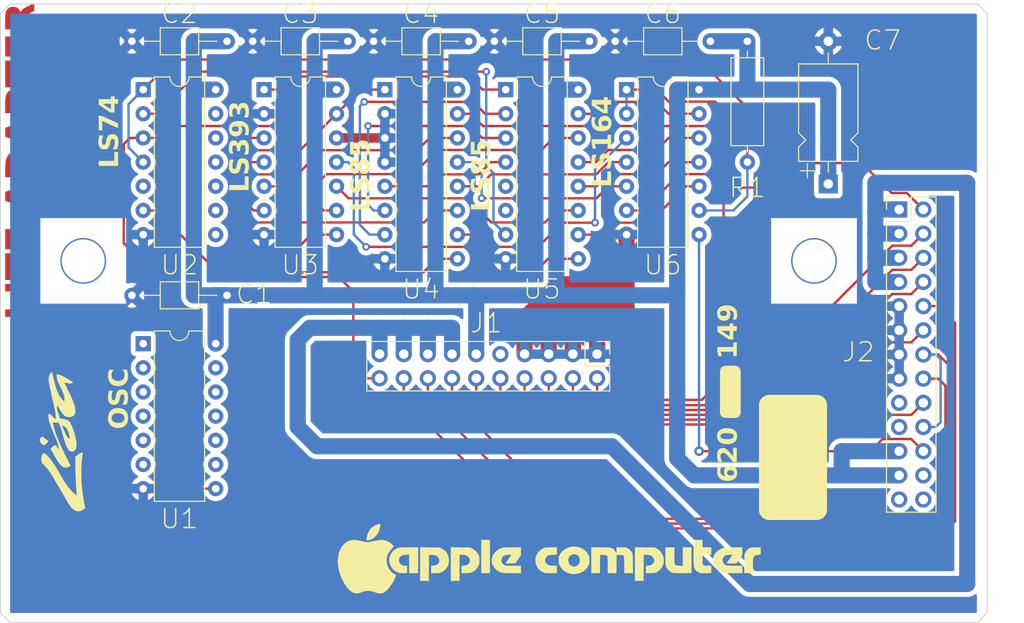
<source format=kicad_pcb>
(kicad_pcb (version 20221018) (generator pcbnew)
  (layers (0 "F.Cu" signal) (31 "B.Cu" signal) (34 "B.Paste" user) (35 "F.Paste" user) (36 "B.SilkS" user "B.Silkscreen") (37 "F.SilkS" user "F.Silkscreen") (38 "B.Mask" user) (39 "F.Mask" user) (44 "Edge.Cuts" user))
  (net 0 "")
  (net 1 "+5V")
  (net 2 "GND")
  (net 3 "+12V")
  (net 4 "Net-(J1-RD)")
  (net 5 "Net-(U2A-~{R})")
  (net 7 "Net-(U1-OUT)")
  (net 8 "Net-(U2A-D)")
  (net 16 "Net-(U3A-Q0)")
  (net 17 "Net-(U3A-Q1)")
  (net 18 "Net-(U3A-Q2)")
  (net 19 "Net-(U3A-Q3)")
  (net 20 "Net-(U3B-Q3)")
  (net 21 "Net-(U3B-Q2)")
  (net 22 "Net-(U3B-Q1)")
  (net 23 "Net-(U3B-Q0)")
  (net 24 "Net-(U4-Oa>b)")
  (net 25 "Net-(U4-Oa=b)")
  (net 26 "Net-(U4-Oa<b)")
  (net 27 "Net-(U4-A0)")
  (net 28 "Net-(U4-A1)")
  (net 29 "Net-(U4-A2)")
  (net 30 "Net-(U4-A3)")
  (net 33 "Net-(U5-A0)")
  (net 34 "Net-(U5-A1)")
  (net 35 "Net-(U5-A2)")
  (net 36 "Net-(U5-A3)")
  (net 37 "Net-(J1-CA0)")
  (net 38 "Net-(J1-CA1)")
  (net 39 "Net-(J1-CA2)")
  (net 40 "Net-(J1-LSTRB)")
  (net 42 "Net-(J1-WRTGATE)")
  (net 43 "Net-(J1-SEL)")
  (net 44 "Net-(J1-ENBL)")
  (net 45 "Net-(J1-WRTDATA)")
  (net 46 "Net-(J1-PWM)")
  (net 49 "Net-(J2-MOTRCLK)")
  (footprint "Package_DIP:DIP-16_W7.62mm" (layer "F.Cu") (at 93.2954 36.335)
    (fp_text reference "U4")
    (fp_text value "74LS85")
  )
  (footprint "Connector_PinHeader_2.54mm:PinHeader_2x10_P2.54mm_Vertical" (layer "F.Cu") (at 115.5954 64.135 -90)
    (fp_text reference "J1")
    (fp_text value "LisaLite FDD Connector")
  )
  (footprint "Capacitor_THT:C_Axial_L3.8mm_D2.6mm_P10.00mm_Horizontal" (layer "F.Cu") (at 117.5054 31.255)
    (fp_text reference "C6")
    (fp_text value "0.1uF 50V\n")
  )
  (footprint "Package_DIP:DIP-14_W7.62mm" (layer "F.Cu") (at 67.8954 36.335)
    (fp_text reference "U2")
    (fp_text value "74LS74")
  )
  (footprint "LOGO" (layer "F.Cu") (at 59.4232 73.3344 90)
    (fp_text reference "G***" hide)
    (fp_text value "LOGO" hide)
  )
  (footprint "LOGO" (layer "F.Cu") (at 110.528 85.7296)
    (fp_text reference "G***" hide)
    (fp_text value "LOGO" hide)
  )
  (footprint "Package_DIP:DIP-14_W7.62mm" (layer "F.Cu") (at 118.6954 36.335)
    (fp_text reference "U6")
    (fp_text value "74LS164")
  )
  (footprint "Resistor_THT:R_Axial_DIN0309_L9.0mm_D3.2mm_P12.70mm_Horizontal" (layer "F.Cu") (at 131.3954 31.255 -90)
    (fp_text reference "R1")
    (fp_text value "3.3K")
  )
  (footprint "Package_DIP:DIP-14_W7.62mm" (layer "F.Cu") (at 67.8954 63.035)
    (fp_text reference "U1")
    (fp_text value "5MHz XTAL")
  )
  (footprint "Capacitor_THT:CP_Axial_L10.0mm_D6.0mm_P15.00mm_Horizontal" (layer "F.Cu") (at 139.8954 46.255 90)
    (fp_text reference "C7")
    (fp_text value "10uF 16V")
  )
  (footprint "Capacitor_THT:C_Axial_L3.8mm_D2.6mm_P10.00mm_Horizontal" (layer "F.Cu") (at 104.8054 31.255)
    (fp_text reference "C5")
    (fp_text value "0.1uF 50V\n")
  )
  (footprint "Connector_PinHeader_2.54mm:PinHeader_2x13_P2.54mm_Vertical" (layer "F.Cu") (at 147.3454 48.935)
    (fp_text reference "J2")
    (fp_text value "LisaLite Twiggy Port Connector")
  )
  (footprint "Package_DIP:DIP-14_W7.62mm" (layer "F.Cu") (at 80.5954 36.335)
    (fp_text reference "U3")
    (fp_text value "74LS393")
  )
  (footprint "Capacitor_THT:C_Axial_L3.8mm_D2.6mm_P10.00mm_Horizontal" (layer "F.Cu") (at 66.7054 57.955)
    (fp_text reference "C1")
    (fp_text value "0.1uF 50V\n")
  )
  (footprint "Capacitor_THT:C_Axial_L3.8mm_D2.6mm_P10.00mm_Horizontal" (layer "F.Cu") (at 79.4054 31.255)
    (fp_text reference "C3")
    (fp_text value "0.1uF 50V\n")
  )
  (footprint "Package_DIP:DIP-16_W7.62mm" (layer "F.Cu") (at 105.9954 36.335)
    (fp_text reference "U5")
    (fp_text value "74LS85")
  )
  (footprint "Capacitor_THT:C_Axial_L3.8mm_D2.6mm_P10.00mm_Horizontal" (layer "F.Cu") (at 66.7054 31.255)
    (fp_text reference "C2")
    (fp_text value "0.1uF 50V\n")
  )
  (footprint "Capacitor_THT:C_Axial_L3.8mm_D2.6mm_P10.00mm_Horizontal" (layer "F.Cu") (at 92.1054 31.255)
    (fp_text reference "C4")
    (fp_text value "0.1uF 50V\n")
  )
  (gr_poly (pts (arc (start 130.6194 65.943) (mid 130.47061 65.58379) (end 130.1114 65.435)) (arc (start 129.0954 65.435) (mid 128.73619 65.58379) (end 128.5874 65.943)) (arc (start 128.5874 70.261) (mid 128.73619 70.62021) (end 129.0954 70.769)) (arc (start 130.1114 70.769) (mid 130.47061 70.62021) (end 130.6194 70.261))) (stroke (width 0.15)) (fill solid) (layer "F.SilkS"))
  (gr_poly (pts (arc (start 138.6872 81.4934) (mid 139.394306 81.200506) (end 139.6872 80.4934)) (arc (start 139.6872 69.4934) (mid 139.394307 68.786293) (end 138.6872 68.4934)) (arc (start 133.6872 68.4934) (mid 132.980093 68.786294) (end 132.6872 69.4934)) (arc (start 132.6872 80.4934) (mid 132.980094 81.200507) (end 133.6872 81.4934))) (stroke (width 0.15)) (fill solid) (layer "F.SilkS"))
  (gr_line (start 52.8954 91.335) (end 52.8954 28.335) (stroke (width 0.1)) (layer "Edge.Cuts"))
  (gr_line (start 53.8954 27.335) (end 155.5954 27.335) (stroke (width 0.1)) (layer "Edge.Cuts"))
  (gr_line (start 155.5954 27.335) (end 156.5954 28.335) (stroke (width 0.1)) (layer "Edge.Cuts"))
  (gr_line (start 156.5954 28.335) (end 156.5954 91.335) (stroke (width 0.1)) (layer "Edge.Cuts"))
  (gr_line (start 155.5954 92.335) (end 53.8954 92.335) (stroke (width 0.1)) (layer "Edge.Cuts"))
  (gr_line (start 53.8954 27.335) (end 52.8954 28.335) (stroke (width 0.1)) (layer "Edge.Cuts"))
  (gr_line (start 52.8954 91.335) (end 53.8954 92.335) (stroke (width 0.1)) (layer "Edge.Cuts"))
  (gr_line (start 155.5954 92.335) (end 156.5954 91.335) (stroke (width 0.1)) (layer "Edge.Cuts"))
  (gr_text "LITE ADAPTER" (at 56.9594 60.609 90) (layer "F.Cu") (effects (font (size 3 3) (thickness 0.3) bold) (justify left bottom)))
  (gr_text "©   1983" (at 66.6114 91.597) (layer "F.Cu") (effects (font (size 2.5 2.5) (thickness 0.3) bold) (justify left bottom)))
  (gr_text "820-4043-A" (at 59.2454 88.295) (layer "F.Cu") (effects (font (size 2.5 2.5) (thickness 0.3) bold) (justify left bottom)))
  (gr_text "LS85" (at 104.7114 49.179 90) (layer "F.SilkS") (effects (font (size 2 2) (thickness 0.3) bold) (justify left bottom)))
  (gr_text "LS85" (at 92.0114 49.179 90) (layer "F.SilkS") (effects (font (size 2 2) (thickness 0.3) bold) (justify left bottom)))
  (gr_text "LS164" (at 117.4114 46.639 90) (layer "F.SilkS") (effects (font (size 2 2) (thickness 0.3) bold) (justify left bottom)))
  (gr_text "LS393" (at 79.3114 47.147 90) (layer "F.SilkS") (effects (font (size 2 2) (thickness 0.3) bold) (justify left bottom)))
  (gr_text "OSC" (at 66.6114 72.039 90) (layer "F.SilkS") (effects (font (size 2 2) (thickness 0.3) bold) (justify left bottom)))
  (gr_text "620 -" (at 130.6194 77.627 90) (layer "F.SilkS") (effects (font (size 2 2) (thickness 0.3) bold) (justify left bottom)))
  (gr_text "LS74" (at 65.5954 44.607 90) (layer "F.SilkS") (effects (font (size 2 2) (thickness 0.3) bold) (justify left bottom)))
  (gr_text "149" (at 130.6194 64.673 90) (layer "F.SilkS") (effects (font (size 2 2) (thickness 0.3) bold) (justify left bottom)))
  (via (at 61.5954 54.335) (size 4.8) (drill 4.5) (layers "F.Cu" "B.Cu") (net 0))
  (via (at 138.3954 54.335) (size 4.8) (drill 4.5) (layers "F.Cu" "B.Cu") (net 0))
  (segment (start 111.3154 36.335) (end 111.3154 31.255) (width 1.7) (layer "B.Cu") (net 1))
  (segment (start 124.0154 36.335) (end 126.3154 36.335) (width 1.7) (layer "B.Cu") (net 1))
  (segment (start 147.3454 76.875) (end 141.2974 76.875) (width 1.7) (layer "B.Cu") (net 1))
  (segment (start 111.3154 31.255) (end 114.8054 31.255) (width 1.7) (layer "B.Cu") (net 1))
  (segment (start 85.9154 36.335) (end 85.9154 31.255) (width 1.7) (layer "B.Cu") (net 1))
  (segment (start 111.3154 36.335) (end 113.6154 36.335) (width 1.7) (layer "B.Cu") (net 1))
  (segment (start 76.7054 57.955) (end 73.2154 57.955) (width 1.7) (layer "B.Cu") (net 1))
  (segment (start 76.7054 57.955) (end 75.5014 57.955) (width 1.7) (layer "B.Cu") (net 1))
  (segment (start 102.6032 57.955) (end 102.8954 58.2472) (width 1.7) (layer "B.Cu") (net 1))
  (segment (start 98.6154 36.335) (end 98.6154 31.255) (width 1.7) (layer "B.Cu") (net 1))
  (segment (start 131.3954 31.255) (end 127.5054 31.255) (width 1.7) (layer "B.Cu") (net 1))
  (segment (start 85.9154 57.955) (end 85.9154 36.335) (width 1.7) (layer "B.Cu") (net 1))
  (segment (start 141.2974 74.335) (end 141.2974 76.875) (width 1.7) (layer "B.Cu") (net 1))
  (segment (start 139.8954 36.335) (end 139.8954 46.255) (width 1.7) (layer "B.Cu") (net 1))
  (segment (start 73.2154 36.269) (end 73.2154 31.255) (width 1.7) (layer "B.Cu") (net 1))
  (segment (start 141.2974 76.875) (end 125.8034 76.875) (width 1.7) (layer "B.Cu") (net 1))
  (segment (start 73.2154 57.955) (end 73.2154 36.269) (width 1.7) (layer "B.Cu") (net 1))
  (segment (start 130.8734 36.335) (end 139.8954 36.335) (width 1.7) (layer "B.Cu") (net 1))
  (segment (start 73.2814 36.335) (end 75.5154 36.335) (width 1.7) (layer "B.Cu") (net 1))
  (segment (start 85.9154 36.335) (end 88.2154 36.335) (width 1.7) (layer "B.Cu") (net 1))
  (segment (start 131.3954 36.335) (end 131.3954 31.255) (width 1.7) (layer "B.Cu") (net 1))
  (segment (start 124.0154 75.087) (end 124.0154 57.815) (width 1.7) (layer "B.Cu") (net 1))
  (segment (start 147.3454 74.335) (end 141.2974 74.335) (width 1.7) (layer "B.Cu") (net 1))
  (segment (start 98.6154 31.255) (end 102.1054 31.255) (width 1.7) (layer "B.Cu") (net 1))
  (segment (start 75.5014 63.021) (end 75.5154 63.035) (width 1.7) (layer "B.Cu") (net 1))
  (segment (start 126.3154 36.335) (end 130.8734 36.335) (width 1.7) (layer "B.Cu") (net 1))
  (segment (start 124.0154 57.815) (end 124.0154 36.335) (width 1.7) (layer "B.Cu") (net 1))
  (segment (start 98.6154 36.335) (end 100.9154 36.335) (width 1.7) (layer "B.Cu") (net 1))
  (segment (start 102.8954 58.2472) (end 102.8954 64.135) (width 1.7) (layer "B.Cu") (net 1))
  (segment (start 125.8034 76.875) (end 124.0154 75.087) (width 1.7) (layer "B.Cu") (net 1))
  (segment (start 73.2154 31.255) (end 76.7054 31.255) (width 1.7) (layer "B.Cu") (net 1))
  (segment (start 111.3154 57.955) (end 111.3154 36.335) (width 1.7) (layer "B.Cu") (net 1))
  (segment (start 75.5014 57.955) (end 75.5014 63.021) (width 1.7) (layer "B.Cu") (net 1))
  (segment (start 123.8754 57.955) (end 124.0154 57.815) (width 1.7) (layer "B.Cu") (net 1))
  (segment (start 98.6154 57.955) (end 98.6154 36.335) (width 1.7) (layer "B.Cu") (net 1))
  (segment (start 76.7054 57.955) (end 123.8754 57.955) (width 1.7) (layer "B.Cu") (net 1))
  (segment (start 85.9154 31.255) (end 89.4054 31.255) (width 1.7) (layer "B.Cu") (net 1))
  (segment (start 88.2154 41.415) (end 93.2954 41.415) (width 1) (layer "F.Cu") (net 2))
  (segment (start 118.6954 55.783) (end 117.6794 56.799) (width 1.7) (layer "F.Cu") (net 2))
  (segment (start 113.0934 56.799) (end 111.5694 56.799) (width 1.7) (layer "F.Cu") (net 2))
  (segment (start 117.6794 56.799) (end 113.0934 56.799) (width 1.7) (layer "F.Cu") (net 2))
  (segment (start 115.5954 62.391) (end 115.5954 64.135) (width 1.7) (layer "F.Cu") (net 2))
  (segment (start 118.6954 59.291) (end 115.5954 62.391) (width 1.7) (layer "F.Cu") (net 2))
  (segment (start 111.5694 56.799) (end 107.9754 60.393) (width 1.7) (layer "F.Cu") (net 2))
  (segment (start 113.0554 62.391) (end 113.0554 64.135) (width 1.7) (layer "F.Cu") (net 2))
  (segment (start 118.6954 51.575) (end 118.6954 56.799) (width 1.7) (layer "F.Cu") (net 2))
  (segment (start 107.9754 60.393) (end 107.9754 64.135) (width 1.7) (layer "F.Cu") (net 2))
  (segment (start 118.6954 56.799) (end 118.6954 59.291) (width 1.7) (layer "F.Cu") (net 2))
  (segment (start 108.3604 62.006) (end 115.9804 62.006) (width 1.7) (layer "F.Cu") (net 2))
  (segment (start 110.5154 62.391) (end 110.5154 64.135) (width 1.7) (layer "F.Cu") (net 2))
  (segment (start 86.1694 73.817) (end 117.1574 73.817) (width 1.7) (layer "B.Cu") (net 3))
  (segment (start 97.8154 61.371) (end 97.8154 64.135) (width 1.7) (layer "B.Cu") (net 3))
  (segment (start 144.8534 56.555) (end 147.3454 56.555) (width 1.7) (layer "B.Cu") (net 3))
  (segment (start 144.8434 51.465) (end 144.8434 54.005) (width 1.7) (layer "B.Cu") (net 3))
  (segment (start 144.8534 51.475) (end 147.3454 51.475) (width 1.7) (layer "B.Cu") (net 3))
  (segment (start 144.8434 49.179) (end 144.8434 51.465) (width 1.7) (layer "B.Cu") (net 3))
  (segment (start 145.0874 48.935) (end 147.3454 48.935) (width 1.7) (layer "B.Cu") (net 3))
  (segment (start 95.2754 61.371) (end 95.2754 64.135) (width 1.7) (layer "B.Cu") (net 3))
  (segment (start 144.8434 46.131) (end 144.8434 49.179) (width 1.7) (layer "B.Cu") (net 3))
  (segment (start 144.8434 54.005) (end 144.8534 54.015) (width 1.7) (layer "B.Cu") (net 3))
  (segment (start 131.6354 88.295) (end 154.4954 88.295) (width 1.7) (layer "B.Cu") (net 3))
  (segment (start 117.1574 73.817) (end 131.6354 88.295) (width 1.7) (layer "B.Cu") (net 3))
  (segment (start 154.4954 88.295) (end 154.4954 46.131) (width 1.7) (layer "B.Cu") (net 3))
  (segment (start 144.8434 51.465) (end 144.8534 51.475) (width 1.7) (layer "B.Cu") (net 3))
  (segment (start 100.3554 61.371) (end 85.4074 61.371) (width 1.7) (layer "B.Cu") (net 3))
  (segment (start 144.8534 54.015) (end 147.3454 54.015) (width 1.7) (layer "B.Cu") (net 3))
  (segment (start 144.8434 54.005) (end 144.8434 56.545) (width 1.7) (layer "B.Cu") (net 3))
  (segment (start 84.1374 62.641) (end 84.1374 71.785) (width 1.7) (layer "B.Cu") (net 3))
  (segment (start 144.8434 56.545) (end 144.8534 56.555) (width 1.7) (layer "B.Cu") (net 3))
  (segment (start 84.1374 71.785) (end 86.1694 73.817) (width 1.7) (layer "B.Cu") (net 3))
  (segment (start 85.4074 61.371) (end 84.1374 62.641) (width 1.7) (layer "B.Cu") (net 3))
  (segment (start 154.4954 46.131) (end 144.8434 46.131) (width 1.7) (layer "B.Cu") (net 3))
  (segment (start 100.3554 61.371) (end 100.3554 64.135) (width 1.7) (layer "B.Cu") (net 3))
  (segment (start 144.8434 49.179) (end 145.0874 48.935) (width 1.7) (layer "B.Cu") (net 3))
  (segment (start 92.7354 61.371) (end 92.7354 64.135) (width 1.7) (layer "B.Cu") (net 3))
  (segment (start 151.4574 64.175) (end 149.8854 64.175) (width 0.25) (layer "F.Cu") (net 4))
  (segment (start 152.7174 81.183) (end 152.7174 65.435) (width 0.25) (layer "F.Cu") (net 4))
  (segment (start 97.8154 68.953) (end 110.8074 81.945) (width 0.25) (layer "F.Cu") (net 4))
  (segment (start 110.8074 81.945) (end 151.9554 81.945) (width 0.25) (layer "F.Cu") (net 4))
  (segment (start 97.8154 66.675) (end 97.8154 68.953) (width 0.25) (layer "F.Cu") (net 4))
  (segment (start 151.9554 81.945) (end 152.7174 81.183) (width 0.25) (layer "F.Cu") (net 4))
  (segment (start 152.7174 65.435) (end 151.4574 64.175) (width 0.25) (layer "F.Cu") (net 4))
  (segment (start 151.1834 71.795) (end 151.7014 71.277) (width 0.25) (layer "B.Cu") (net 4))
  (segment (start 151.7014 64.673) (end 151.2034 64.175) (width 0.25) (layer "B.Cu") (net 4))
  (segment (start 151.7014 71.277) (end 151.7014 64.673) (width 0.25) (layer "B.Cu") (net 4))
  (segment (start 149.8854 71.795) (end 151.1834 71.795) (width 0.25) (layer "B.Cu") (net 4))
  (segment (start 151.2034 64.175) (end 149.8854 64.175) (width 0.25) (layer "B.Cu") (net 4))
  (segment (start 71.0534 33.177) (end 126.3014 33.177) (width 0.25) (layer "F.Cu") (net 5))
  (segment (start 126.3014 33.177) (end 131.3954 38.271) (width 0.25) (layer "F.Cu") (net 5))
  (segment (start 67.8954 36.335) (end 71.0534 33.177) (width 0.25) (layer "F.Cu") (net 5))
  (segment (start 131.3954 38.271) (end 131.3954 43.955) (width 0.25) (layer "F.Cu") (net 5))
  (segment (start 67.8954 36.335) (end 66.3574 37.873) (width 0.25) (layer "B.Cu") (net 5))
  (segment (start 131.3954 47.5648) (end 129.9252 49.035) (width 0.25) (layer "B.Cu") (net 5))
  (segment (start 66.3574 37.873) (end 66.3574 42.417) (width 0.25) (layer "B.Cu") (net 5))
  (segment (start 131.3954 43.955) (end 131.3954 47.5648) (width 0.25) (layer "B.Cu") (net 5))
  (segment (start 66.3574 42.417) (end 67.8954 43.955) (width 0.25) (layer "B.Cu") (net 5))
  (segment (start 129.9252 49.035) (end 126.3154 49.035) (width 0.25) (layer "B.Cu") (net 5))
  (segment (start 81.9784 40.162) (end 82.3594 39.781) (width 0.25) (layer "F.Cu") (net 7))
  (segment (start 67.8954 41.415) (end 66.5014 41.415) (width 0.25) (layer "F.Cu") (net 7))
  (segment (start 65.8494 52.481) (end 71.6914 58.323) (width 0.25) (layer "F.Cu") (net 7))
  (segment (start 73.8634 78.275) (end 75.5154 78.275) (width 0.25) (layer "F.Cu") (net 7))
  (segment (start 70.0574 41.415) (end 71.3104 40.162) (width 0.25) (layer "F.Cu") (net 7))
  (segment (start 65.8494 42.067) (end 65.8494 52.481) (width 0.25) (layer "F.Cu") (net 7))
  (segment (start 71.6914 76.103) (end 73.8634 78.275) (width 0.25) (layer "F.Cu") (net 7))
  (segment (start 71.3104 40.162) (end 81.9784 40.162) (width 0.25) (layer "F.Cu") (net 7))
  (segment (start 67.8954 41.415) (end 70.0574 41.415) (width 0.25) (layer "F.Cu") (net 7))
  (segment (start 66.5014 41.415) (end 65.8494 42.067) (width 0.25) (layer "F.Cu") (net 7))
  (segment (start 82.3594 39.781) (end 82.3594 36.733) (width 0.25) (layer "F.Cu") (net 7))
  (segment (start 71.6914 58.323) (end 71.6914 76.103) (width 0.25) (layer "F.Cu") (net 7))
  (segment (start 81.9614 36.335) (end 80.5954 36.335) (width 0.25) (layer "F.Cu") (net 7))
  (segment (start 82.3594 36.733) (end 81.9614 36.335) (width 0.25) (layer "F.Cu") (net 7))
  (segment (start 73.7234 34.447) (end 103.9494 34.447) (width 0.25) (layer "F.Cu") (net 8))
  (segment (start 69.2954 38.875) (end 73.7234 34.447) (width 0.25) (layer "F.Cu") (net 8))
  (segment (start 67.8954 38.875) (end 69.2954 38.875) (width 0.25) (layer "F.Cu") (net 8))
  (via (at 103.9494 34.447) (size 0.8) (drill 0.4) (layers "F.Cu" "B.Cu") (net 8))
  (segment (start 104.7114 45.115) (end 104.7114 50.291) (width 0.25) (layer "B.Cu") (net 8))
  (segment (start 103.9494 44.353) (end 104.7114 45.115) (width 0.25) (layer "B.Cu") (net 8))
  (segment (start 103.9494 34.447) (end 103.9494 44.353) (width 0.25) (layer "B.Cu") (net 8))
  (segment (start 104.7114 50.291) (end 105.9954 51.575) (width 0.25) (layer "B.Cu") (net 8))
  (segment (start 79.0574 55.529) (end 97.3454 55.529) (width 0.25) (layer "F.Cu") (net 16))
  (segment (start 98.7594 54.115) (end 100.9154 54.115) (width 0.25) (layer "F.Cu") (net 16))
  (segment (start 77.9314 41.415) (end 77.2794 42.067) (width 0.25) (layer "F.Cu") (net 16))
  (segment (start 97.3454 55.529) (end 98.7594 54.115) (width 0.25) (layer "F.Cu") (net 16))
  (segment (start 77.2794 53.751) (end 79.0574 55.529) (width 0.25) (layer "F.Cu") (net 16))
  (segment (start 80.5954 41.415) (end 77.9314 41.415) (width 0.25) (layer "F.Cu") (net 16))
  (segment (start 77.2794 42.067) (end 77.2794 53.751) (width 0.25) (layer "F.Cu") (net 16))
  (segment (start 98.6832 49.035) (end 100.9154 49.035) (width 0.25) (layer "F.Cu") (net 17))
  (segment (start 97.4216 50.2966) (end 98.6832 49.035) (width 0.25) (layer "F.Cu") (net 17))
  (segment (start 80.5954 43.955) (end 79.0998 43.955) (width 0.25) (layer "F.Cu") (net 17))
  (segment (start 79.0998 43.955) (end 78.2374 44.8174) (width 0.25) (layer "F.Cu") (net 17))
  (segment (start 78.2374 44.8174) (end 78.2374 49.4258) (width 0.25) (layer "F.Cu") (net 17))
  (segment (start 78.2374 49.4258) (end 79.1082 50.2966) (width 0.25) (layer "F.Cu") (net 17))
  (segment (start 79.1082 50.2966) (end 97.4216 50.2966) (width 0.25) (layer "F.Cu") (net 17))
  (segment (start 82.859 46.495) (end 86.652 42.702) (width 0.25) (layer "F.Cu") (net 18))
  (segment (start 86.652 42.702) (end 96.7104 42.702) (width 0.25) (layer "F.Cu") (net 18))
  (segment (start 96.7104 42.702) (end 97.9974 41.415) (width 0.25) (layer "F.Cu") (net 18))
  (segment (start 97.9974 41.415) (end 100.9154 41.415) (width 0.25) (layer "F.Cu") (net 18))
  (segment (start 80.5954 46.495) (end 82.859 46.495) (width 0.25) (layer "F.Cu") (net 18))
  (segment (start 79.4976 49.035) (end 78.9558 48.4932) (width 0.25) (layer "F.Cu") (net 19))
  (segment (start 81.8484 45.242) (end 88.2154 38.875) (width 0.25) (layer "F.Cu") (net 19))
  (segment (start 78.9558 45.8262) (end 79.54 45.242) (width 0.25) (layer "F.Cu") (net 19))
  (segment (start 80.5954 49.035) (end 79.4976 49.035) (width 0.25) (layer "F.Cu") (net 19))
  (segment (start 79.54 45.242) (end 81.8484 45.242) (width 0.25) (layer "F.Cu") (net 19))
  (segment (start 88.2154 38.875) (end 90.7554 36.335) (width 0.25) (layer "F.Cu") (net 19))
  (segment (start 78.9558 48.4932) (end 78.9558 45.8262) (width 0.25) (layer "F.Cu") (net 19))
  (segment (start 90.7554 36.335) (end 93.2954 36.335) (width 0.25) (layer "F.Cu") (net 19))
  (segment (start 82.8674 41.305) (end 81.4704 42.702) (width 0.25) (layer "F.Cu") (net 20))
  (segment (start 83.6294 53.497) (end 85.5514 51.575) (width 0.25) (layer "F.Cu") (net 20))
  (segment (start 102.1714 34.955) (end 84.1374 34.955) (width 0.25) (layer "F.Cu") (net 20))
  (segment (start 105.9954 36.335) (end 103.5514 36.335) (width 0.25) (layer "F.Cu") (net 20))
  (segment (start 79.3114 53.497) (end 83.6294 53.497) (width 0.25) (layer "F.Cu") (net 20))
  (segment (start 84.1374 34.955) (end 82.8674 36.225) (width 0.25) (layer "F.Cu") (net 20))
  (segment (start 81.4704 42.702) (end 78.6256 42.702) (width 0.25) (layer "F.Cu") (net 20))
  (segment (start 78.6256 42.702) (end 77.7874 43.5402) (width 0.25) (layer "F.Cu") (net 20))
  (segment (start 77.7874 43.5402) (end 77.7874 51.973) (width 0.25) (layer "F.Cu") (net 20))
  (segment (start 77.7874 51.973) (end 79.3114 53.497) (width 0.25) (layer "F.Cu") (net 20))
  (segment (start 82.8674 36.225) (end 82.8674 41.305) (width 0.25) (layer "F.Cu") (net 20))
  (segment (start 103.5514 36.335) (end 102.1714 34.955) (width 0.25) (layer "F.Cu") (net 20))
  (segment (start 85.5514 51.575) (end 88.2154 51.575) (width 0.25) (layer "F.Cu") (net 20))
  (segment (start 86.8636 49.035) (end 86.3218 48.4932) (width 0.25) (layer "F.Cu") (net 21))
  (segment (start 86.3218 48.4932) (end 86.3218 46.0548) (width 0.25) (layer "F.Cu") (net 21))
  (segment (start 109.766 42.6766) (end 111.0276 41.415) (width 0.25) (layer "F.Cu") (net 21))
  (segment (start 87.16 45.2166) (end 96.2786 45.2166) (width 0.25) (layer "F.Cu") (net 21))
  (segment (start 86.3218 46.0548) (end 87.16 45.2166) (width 0.25) (layer "F.Cu") (net 21))
  (segment (start 98.8186 42.6766) (end 109.766 42.6766) (width 0.25) (layer "F.Cu") (net 21))
  (segment (start 111.0276 41.415) (end 113.6154 41.415) (width 0.25) (layer "F.Cu") (net 21))
  (segment (start 96.2786 45.2166) (end 98.8186 42.6766) (width 0.25) (layer "F.Cu") (net 21))
  (segment (start 88.2154 49.035) (end 86.8636 49.035) (width 0.25) (layer "F.Cu") (net 21))
  (segment (start 89.477 47.7566) (end 101.9428 47.7566) (width 0.25) (layer "F.Cu") (net 22))
  (segment (start 110.1216 50.2966) (end 111.3832 49.035) (width 0.25) (layer "F.Cu") (net 22))
  (segment (start 101.9428 47.7566) (end 104.4828 50.2966) (width 0.25) (layer "F.Cu") (net 22))
  (segment (start 104.4828 50.2966) (end 110.1216 50.2966) (width 0.25) (layer "F.Cu") (net 22))
  (segment (start 88.2154 46.495) (end 89.477 47.7566) (width 0.25) (layer "F.Cu") (net 22))
  (segment (start 111.3832 49.035) (end 113.6154 49.035) (width 0.25) (layer "F.Cu") (net 22))
  (segment (start 110.4434 54.115) (end 113.6154 54.115) (width 0.25) (layer "F.Cu") (net 23))
  (segment (start 108.7754 55.783) (end 110.4434 54.115) (width 0.25) (layer "F.Cu") (net 23))
  (segment (start 105.2448 55.783) (end 108.7754 55.783) (width 0.25) (layer "F.Cu") (net 23))
  (segment (start 91.3256 52.862) (end 102.3238 52.862) (width 0.25) (layer "F.Cu") (net 23))
  (segment (start 102.3238 52.862) (end 105.2448 55.783) (width 0.25) (layer "F.Cu") (net 23))
  (via (at 91.3256 52.862) (size 0.8) (drill 0.4) (layers "F.Cu" "B.Cu") (net 23))
  (segment (start 91.3256 52.862) (end 90.0302 51.5666) (width 0.25) (layer "B.Cu") (net 23))
  (segment (start 89.429 43.955) (end 88.2154 43.955) (width 0.25) (layer "B.Cu") (net 23))
  (segment (start 90.0302 51.5666) (end 90.0302 44.5562) (width 0.25) (layer "B.Cu") (net 23))
  (segment (start 90.0302 44.5562) (end 89.429 43.955) (width 0.25) (layer "B.Cu") (net 23))
  (segment (start 103.162 45.242) (end 104.449 43.955) (width 0.25) (layer "F.Cu") (net 24))
  (segment (start 93.2954 46.495) (end 97.8958 46.495) (width 0.25) (layer "F.Cu") (net 24))
  (segment (start 99.1488 45.242) (end 103.162 45.242) (width 0.25) (layer "F.Cu") (net 24))
  (segment (start 104.449 43.955) (end 105.9954 43.955) (width 0.25) (layer "F.Cu") (net 24))
  (segment (start 97.8958 46.495) (end 99.1488 45.242) (width 0.25) (layer "F.Cu") (net 24))
  (segment (start 91.5288 40.162) (end 102.273 40.162) (width 0.25) (layer "F.Cu") (net 25))
  (segment (start 103.526 41.415) (end 105.9954 41.415) (width 0.25) (layer "F.Cu") (net 25))
  (segment (start 102.273 40.162) (end 103.526 41.415) (width 0.25) (layer "F.Cu") (net 25))
  (via (at 91.5288 40.162) (size 0.8) (drill 0.4) (layers "F.Cu" "B.Cu") (net 25))
  (segment (start 92.1214 49.035) (end 93.2954 49.035) (width 0.25) (layer "B.Cu") (net 25))
  (segment (start 91.5288 48.4424) (end 92.1214 49.035) (width 0.25) (layer "B.Cu") (net 25))
  (segment (start 91.5288 40.162) (end 91.5288 48.4424) (width 0.25) (layer "B.Cu") (net 25))
  (segment (start 103.8308 38.875) (end 105.9954 38.875) (width 0.25) (layer "F.Cu") (net 26))
  (segment (start 102.5778 37.622) (end 103.8308 38.875) (width 0.25) (layer "F.Cu") (net 26))
  (segment (start 91.1224 37.622) (end 102.5778 37.622) (width 0.25) (layer "F.Cu") (net 26))
  (via (at 91.1224 37.622) (size 0.8) (drill 0.4) (layers "F.Cu" "B.Cu") (net 26))
  (segment (start 90.6652 38.0792) (end 90.6652 50.5506) (width 0.25) (layer "B.Cu") (net 26))
  (segment (start 90.6652 50.5506) (end 91.6896 51.575) (width 0.25) (layer "B.Cu") (net 26))
  (segment (start 91.6896 51.575) (end 93.2954 51.575) (width 0.25) (layer "B.Cu") (net 26))
  (segment (start 91.1224 37.622) (end 90.6652 38.0792) (width 0.25) (layer "B.Cu") (net 26))
  (segment (start 115.3794 50.322) (end 111.9504 50.322) (width 0.25) (layer "F.Cu") (net 27))
  (segment (start 102.2814 51.575) (end 100.9154 51.575) (width 0.25) (layer "F.Cu") (net 27))
  (segment (start 109.4104 52.862) (end 103.5684 52.862) (width 0.25) (layer "F.Cu") (net 27))
  (segment (start 103.5684 52.862) (end 102.2814 51.575) (width 0.25) (layer "F.Cu") (net 27))
  (segment (start 111.9504 50.322) (end 109.4104 52.862) (width 0.25) (layer "F.Cu") (net 27))
  (via (at 115.3794 50.322) (size 0.8) (drill 0.4) (layers "F.Cu" "B.Cu") (net 27))
  (segment (start 115.3794 44.731) (end 118.6954 41.415) (width 0.25) (layer "B.Cu") (net 27))
  (segment (start 115.3794 50.322) (end 115.3794 44.731) (width 0.25) (layer "B.Cu") (net 27))
  (segment (start 103.2044 46.495) (end 104.4574 45.242) (width 0.25) (layer "F.Cu") (net 28))
  (segment (start 100.9154 46.495) (end 103.2044 46.495) (width 0.25) (layer "F.Cu") (net 28))
  (segment (start 116.7934 43.955) (end 118.6954 43.955) (width 0.25) (layer "F.Cu") (net 28))
  (segment (start 115.5064 45.242) (end 116.7934 43.955) (width 0.25) (layer "F.Cu") (net 28))
  (segment (start 104.4574 45.242) (end 115.5064 45.242) (width 0.25) (layer "F.Cu") (net 28))
  (segment (start 116.7934 46.495) (end 118.6954 46.495) (width 0.25) (layer "F.Cu") (net 29))
  (segment (start 115.5318 47.7566) (end 116.7934 46.495) (width 0.25) (layer "F.Cu") (net 29))
  (segment (start 103.4668 47.7566) (end 115.5318 47.7566) (width 0.25) (layer "F.Cu") (net 29))
  (via (at 103.4668 47.7566) (size 0.8) (drill 0.4) (layers "F.Cu" "B.Cu") (net 29))
  (segment (start 102.6878 43.955) (end 100.9154 43.955) (width 0.25) (layer "B.Cu") (net 29))
  (segment (start 103.4668 47.7566) (end 103.4668 44.734) (width 0.25) (layer "B.Cu") (net 29))
  (segment (start 103.4668 44.734) (end 102.6878 43.955) (width 0.25) (layer "B.Cu") (net 29))
  (segment (start 124.244 45.2166) (end 120.4256 49.035) (width 0.25) (layer "F.Cu") (net 30))
  (segment (start 127.3682 40.162) (end 127.927 40.7208) (width 0.25) (layer "F.Cu") (net 30))
  (segment (start 120.4256 49.035) (end 118.6954 49.035) (width 0.25) (layer "F.Cu") (net 30))
  (segment (start 127.3174 45.2166) (end 124.244 45.2166) (width 0.25) (layer "F.Cu") (net 30))
  (segment (start 103.5938 40.162) (end 127.3682 40.162) (width 0.25) (layer "F.Cu") (net 30))
  (segment (start 127.927 44.607) (end 127.3174 45.2166) (width 0.25) (layer "F.Cu") (net 30))
  (segment (start 102.3068 38.875) (end 103.5938 40.162) (width 0.25) (layer "F.Cu") (net 30))
  (segment (start 100.9154 38.875) (end 102.3068 38.875) (width 0.25) (layer "F.Cu") (net 30))
  (segment (start 127.927 40.7208) (end 127.927 44.607) (width 0.25) (layer "F.Cu") (net 30))
  (segment (start 117.0304 50.322) (end 121.0944 50.322) (width 0.25) (layer "F.Cu") (net 33))
  (segment (start 124.9214 46.495) (end 126.3154 46.495) (width 0.25) (layer "F.Cu") (net 33))
  (segment (start 115.7774 51.575) (end 117.0304 50.322) (width 0.25) (layer "F.Cu") (net 33))
  (segment (start 121.0944 50.322) (end 124.9214 46.495) (width 0.25) (layer "F.Cu") (net 33))
  (segment (start 113.6154 51.575) (end 115.7774 51.575) (width 0.25) (layer "F.Cu") (net 33))
  (segment (start 121.8564 45.2166) (end 123.118 43.955) (width 0.25) (layer "F.Cu") (net 34))
  (segment (start 113.6154 46.495) (end 115.5234 46.495) (width 0.25) (layer "F.Cu") (net 34))
  (segment (start 115.5234 46.495) (end 116.8018 45.2166) (width 0.25) (layer "F.Cu") (net 34))
  (segment (start 116.8018 45.2166) (end 121.8564 45.2166) (width 0.25) (layer "F.Cu") (net 34))
  (segment (start 123.118 43.955) (end 126.3154 43.955) (width 0.25) (layer "F.Cu") (net 34))
  (segment (start 123.118 41.415) (end 126.3154 41.415) (width 0.25) (layer "F.Cu") (net 35))
  (segment (start 121.8564 42.6766) (end 123.118 41.415) (width 0.25) (layer "F.Cu") (net 35))
  (segment (start 113.6154 43.955) (end 115.4853 43.955) (width 0.25) (layer "F.Cu") (net 35))
  (segment (start 116.7637 42.6766) (end 121.8564 42.6766) (width 0.25) (layer "F.Cu") (net 35))
  (segment (start 115.4853 43.955) (end 116.7637 42.6766) (width 0.25) (layer "F.Cu") (net 35))
  (segment (start 115.5234 38.875) (end 116.7764 37.622) (width 0.25) (layer "F.Cu") (net 36))
  (segment (start 121.8564 37.622) (end 123.1094 38.875) (width 0.25) (layer "F.Cu") (net 36))
  (segment (start 116.7764 37.622) (end 121.8564 37.622) (width 0.25) (layer "F.Cu") (net 36))
  (segment (start 123.1094 38.875) (end 126.3154 38.875) (width 0.25) (layer "F.Cu") (net 36))
  (segment (start 113.6154 38.875) (end 115.5234 38.875) (width 0.25) (layer "F.Cu") (net 36))
  (segment (start 136.8932 44.0482) (end 143.3956 44.0482) (width 0.25) (layer "F.Cu") (net 37))
  (segment (start 146.5452 47.1978) (end 148.1482 47.1978) (width 0.25) (layer "F.Cu") (net 37))
  (segment (start 121.8648 36.335) (end 118.6954 36.335) (width 0.25) (layer "F.Cu") (net 37))
  (segment (start 134.3024 46.639) (end 136.8932 44.0482) (width 0.25) (layer "F.Cu") (net 37))
  (segment (start 128.8922 46.639) (end 128.8922 38.4856) (width 0.25) (layer "F.Cu") (net 37))
  (segment (start 128.8922 46.639) (end 128.8922 66.6542) (width 0.25) (layer "F.Cu") (net 37))
  (segment (start 115.5954 67.9624) (end 115.5954 66.675) (width 0.25) (layer "F.Cu") (net 37))
  (segment (start 128.8922 46.639) (end 134.3024 46.639) (width 0.25) (layer "F.Cu") (net 37))
  (segment (start 128.8922 38.4856) (end 128.0032 37.5966) (width 0.25) (layer "F.Cu") (net 37))
  (segment (start 143.3956 44.0482) (end 146.5452 47.1978) (width 0.25) (layer "F.Cu") (net 37))
  (segment (start 126.6062 68.9402) (end 116.5732 68.9402) (width 0.25) (layer "F.Cu") (net 37))
  (segment (start 128.8922 66.6542) (end 126.6062 68.9402) (width 0.25) (layer "F.Cu") (net 37))
  (segment (start 128.0032 37.5966) (end 123.1264 37.5966) (width 0.25) (layer "F.Cu") (net 37))
  (segment (start 123.1264 37.5966) (end 121.8648 36.335) (width 0.25) (layer "F.Cu") (net 37))
  (segment (start 148.1482 47.1978) (end 149.8854 48.935) (width 0.25) (layer "F.Cu") (net 37))
  (segment (start 116.5732 68.9402) (end 115.5954 67.9624) (width 0.25) (layer "F.Cu") (net 37))
  (segment (start 118.6954 36.335) (end 118.6954 38.875) (width 0.25) (layer "B.Cu") (net 37))
  (segment (start 148.6254 52.735) (end 149.8854 51.475) (width 0.25) (layer "F.Cu") (net 38))
  (segment (start 113.0554 68.445) (end 114.1094 69.499) (width 0.25) (layer "F.Cu") (net 38))
  (segment (start 146.6214 52.735) (end 148.6254 52.735) (width 0.25) (layer "F.Cu") (net 38))
  (segment (start 129.8574 69.499) (end 146.6214 52.735) (width 0.25) (layer "F.Cu") (net 38))
  (segment (start 114.1094 69.499) (end 129.8574 69.499) (width 0.25) (layer "F.Cu") (net 38))
  (segment (start 113.0554 66.675) (end 113.0554 68.445) (width 0.25) (layer "F.Cu") (net 38))
  (segment (start 111.5694 70.007) (end 131.8894 70.007) (width 0.25) (layer "F.Cu") (net 39))
  (segment (start 148.6254 55.275) (end 149.8854 54.015) (width 0.25) (layer "F.Cu") (net 39))
  (segment (start 110.5154 66.675) (end 110.5154 68.953) (width 0.25) (layer "F.Cu") (net 39))
  (segment (start 131.8894 70.007) (end 146.6214 55.275) (width 0.25) (layer "F.Cu") (net 39))
  (segment (start 110.5154 68.953) (end 111.5694 70.007) (width 0.25) (layer "F.Cu") (net 39))
  (segment (start 146.6214 55.275) (end 148.6254 55.275) (width 0.25) (layer "F.Cu") (net 39))
  (segment (start 133.9214 70.515) (end 146.6214 57.815) (width 0.25) (layer "F.Cu") (net 40))
  (segment (start 109.5374 70.515) (end 133.9214 70.515) (width 0.25) (layer "F.Cu") (net 40))
  (segment (start 146.6214 57.815) (end 148.6254 57.815) (width 0.25) (layer "F.Cu") (net 40))
  (segment (start 148.6254 57.815) (end 149.8854 56.555) (width 0.25) (layer "F.Cu") (net 40))
  (segment (start 107.9754 68.953) (end 109.5374 70.515) (width 0.25) (layer "F.Cu") (net 40))
  (segment (start 107.9754 66.675) (end 107.9754 68.953) (width 0.25) (layer "F.Cu") (net 40))
  (segment (start 148.6254 62.895) (end 149.8854 61.635) (width 0.25) (layer "F.Cu") (net 42))
  (segment (start 107.5054 71.023) (end 138.3664 71.023) (width 0.25) (layer "F.Cu") (net 42))
  (segment (start 138.3664 71.023) (end 146.4944 62.895) (width 0.25) (layer "F.Cu") (net 42))
  (segment (start 105.4354 66.675) (end 105.4354 68.953) (width 0.25) (layer "F.Cu") (net 42))
  (segment (start 105.4354 68.953) (end 107.5054 71.023) (width 0.25) (layer "F.Cu") (net 42))
  (segment (start 146.4944 62.895) (end 148.6254 62.895) (width 0.25) (layer "F.Cu") (net 42))
  (segment (start 105.4734 71.531) (end 141.2874 71.531) (width 0.25) (layer "F.Cu") (net 43))
  (segment (start 102.8954 68.953) (end 105.4734 71.531) (width 0.25) (layer "F.Cu") (net 43))
  (segment (start 102.8954 66.675) (end 102.8954 68.953) (width 0.25) (layer "F.Cu") (net 43))
  (segment (start 141.2874 71.531) (end 142.3034 70.515) (width 0.25) (layer "F.Cu") (net 43))
  (segment (start 148.6254 70.515) (end 149.8854 69.255) (width 0.25) (layer "F.Cu") (net 43))
  (segment (start 142.3034 70.515) (end 148.6254 70.515) (width 0.25) (layer "F.Cu") (net 43))
  (segment (start 152.2094 67.467) (end 151.4574 66.715) (width 0.25) (layer "F.Cu") (net 44))
  (segment (start 151.4574 66.715) (end 149.8854 66.715) (width 0.25) (layer "F.Cu") (net 44))
  (segment (start 100.3554 66.675) (end 100.3554 68.953) (width 0.25) (layer "F.Cu") (net 44))
  (segment (start 112.8394 81.437) (end 151.4474 81.437) (width 0.25) (layer "F.Cu") (net 44))
  (segment (start 152.2094 80.675) (end 152.2094 67.467) (width 0.25) (layer "F.Cu") (net 44))
  (segment (start 100.3554 68.953) (end 112.8394 81.437) (width 0.25) (layer "F.Cu") (net 44))
  (segment (start 151.4474 81.437) (end 152.2094 80.675) (width 0.25) (layer "F.Cu") (net 44))
  (segment (start 153.2254 60.863) (end 151.4474 59.085) (width 0.25) (layer "F.Cu") (net 45))
  (segment (start 108.7754 82.453) (end 152.4634 82.453) (width 0.25) (layer "F.Cu") (net 45))
  (segment (start 95.2754 66.675) (end 95.2754 68.953) (width 0.25) (layer "F.Cu") (net 45))
  (segment (start 151.4474 59.085) (end 149.8954 59.085) (width 0.25) (layer "F.Cu") (net 45))
  (segment (start 149.8954 59.085) (end 149.8854 59.095) (width 0.25) (layer "F.Cu") (net 45))
  (segment (start 152.4634 82.453) (end 153.2254 81.691) (width 0.25) (layer "F.Cu") (net 45))
  (segment (start 153.2254 81.691) (end 153.2254 60.863) (width 0.25) (layer "F.Cu") (net 45))
  (segment (start 95.2754 68.953) (end 108.7754 82.453) (width 0.25) (layer "F.Cu") (net 45))
  (segment (start 69.2614 49.035) (end 76.2634 56.037) (width 0.25) (layer "F.Cu") (net 46))
  (segment (start 88.4554 56.037) (end 89.9794 57.561) (width 0.25) (layer "F.Cu") (net 46))
  (segment (start 76.2634 56.037) (end 88.4554 56.037) (width 0.25) (layer "F.Cu") (net 46))
  (segment (start 89.9794 57.561) (end 89.9794 65.181) (width 0.25) (layer "F.Cu") (net 46))
  (segment (start 67.8954 49.035) (end 69.2614 49.035) (width 0.25) (layer "F.Cu") (net 46))
  (segment (start 91.4734 66.675) (end 92.7354 66.675) (width 0.25) (layer "F.Cu") (net 46))
  (segment (start 89.9794 65.181) (end 91.4734 66.675) (width 0.25) (layer "F.Cu") (net 46))
  (segment (start 148.6054 73.055) (end 149.8854 74.335) (width 0.25) (layer "F.Cu") (net 49))
  (segment (start 145.6054 73.055) (end 148.6054 73.055) (width 0.25) (layer "F.Cu") (net 49))
  (segment (start 144.3254 74.335) (end 145.6054 73.055) (width 0.25) (layer "F.Cu") (net 49))
  (segment (start 126.3154 74.335) (end 144.3254 74.335) (width 0.25) (layer "F.Cu") (net 49))
  (via (at 126.3154 74.335) (size 1) (drill 0.5) (layers "F.Cu" "B.Cu") (net 49))
  (segment (start 126.3154 51.575) (end 126.3154 74.335) (width 0.25) (layer "B.Cu") (net 49))
  (zone (net 2) (net_name "GND") (layer "F.Cu") (priority 1) (connect_pads thru_hole_only (clearance 0.5)) (min_thickness 0.25) (fill yes (thermal_gap 0.5) (thermal_bridge_width 1))
    (polygon (pts (xy 111.5694 56.7736) (xy 118.7322 56.7736) (xy 118.7322 59.4152) (xy 115.9636 62.1838) (xy 108.0134 62.1838) (xy 108.0134 60.4058)))
  )
  (zone (net 2) (net_name "GND") (layer "B.Cu") (connect_pads (clearance 0.5)) (min_thickness 0.25) (fill yes (thermal_gap 0.5) (thermal_bridge_width 1))
    (polygon (pts (xy 53.9114 28.351) (xy 53.9114 91.343) (xy 155.5114 91.343) (xy 155.5114 28.351)))
  )
  (zone (net 0) (net_name "") (layer "B.Cu") (name "Screw Via GND Block") (connect_pads (clearance 0)) (min_thickness 0.25)
    (keepout (tracks allowed) (vias allowed) (pads allowed) (copperpour not_allowed) (footprints allowed))
    (fill (thermal_gap 0) (thermal_bridge_width 1))
    (polygon (pts (xy 57.0864 49.8394) (xy 66.1034 49.8394) (xy 66.1034 58.831) (xy 57.0864 58.831)))
  )
  (zone (net 0) (net_name "") (layer "B.Cu") (name "F.Cu Trace GND Block") (connect_pads (clearance 0)) (min_thickness 0.25)
    (keepout (tracks allowed) (vias allowed) (pads allowed) (copperpour not_allowed) (footprints allowed))
    (fill (thermal_gap 0) (thermal_bridge_width 1))
    (polygon (pts (xy 89.4206 40.8986) (xy 89.4206 41.94) (xy 87.5156 41.94) (xy 87.5156 40.8986)))
  )
  (zone (net 0) (net_name "") (layer "B.Cu") (name "F.Cu Trace GND Block") (connect_pads (clearance 0)) (min_thickness 0.25)
    (keepout (tracks allowed) (vias allowed) (pads allowed) (copperpour not_allowed) (footprints allowed))
    (fill (thermal_gap 0) (thermal_bridge_width 1))
    (polygon (pts (xy 92.7734 38.3586) (xy 92.7734 39.4) (xy 91.2494 39.4) (xy 91.2494 38.257) (xy 91.6304 38.257) (xy 91.8336 38.0538) (xy 91.8336 37.495) (xy 92.7734 37.495)))
  )
  (zone (net 0) (net_name "") (layer "B.Cu") (name "Screw Via GND Block") (connect_pads (clearance 0)) (min_thickness 0.25)
    (keepout (tracks allowed) (vias allowed) (pads allowed) (copperpour not_allowed) (footprints allowed))
    (fill (thermal_gap 0) (thermal_bridge_width 1))
    (polygon (pts (xy 133.8864 49.8394) (xy 142.9034 49.8394) (xy 142.9034 58.831) (xy 133.8864 58.831)))
  )
)
</source>
